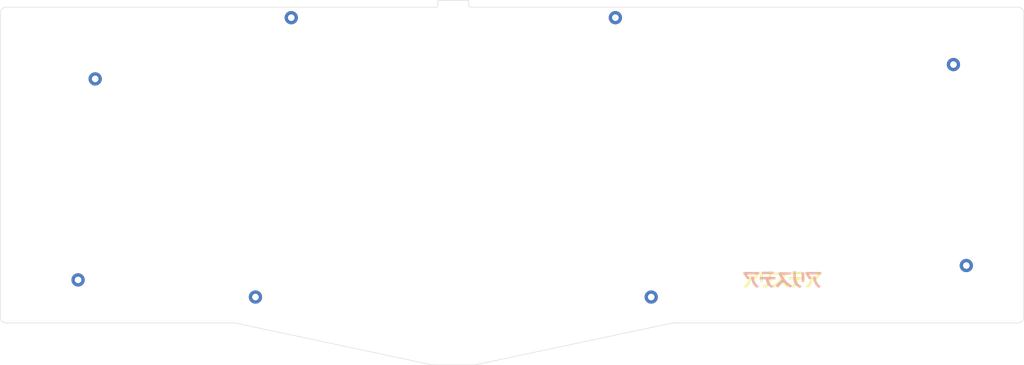
<source format=kicad_pcb>
(kicad_pcb (version 20171130) (host pcbnew "(5.1.4)-1")

  (general
    (thickness 1.6)
    (drawings 20)
    (tracks 0)
    (zones 0)
    (modules 10)
    (nets 1)
  )

  (page User 389.992 200)
  (title_block
    (title "Arisutea FR4 Back Plate")
    (company "3x6 Designs")
  )

  (layers
    (0 F.Cu signal)
    (31 B.Cu signal)
    (32 B.Adhes user)
    (33 F.Adhes user)
    (34 B.Paste user)
    (35 F.Paste user)
    (36 B.SilkS user)
    (37 F.SilkS user)
    (38 B.Mask user)
    (39 F.Mask user)
    (40 Dwgs.User user)
    (41 Cmts.User user)
    (42 Eco1.User user)
    (43 Eco2.User user)
    (44 Edge.Cuts user)
    (45 Margin user)
    (46 B.CrtYd user)
    (47 F.CrtYd user)
    (48 B.Fab user)
    (49 F.Fab user)
  )

  (setup
    (last_trace_width 0.25)
    (trace_clearance 0.2)
    (zone_clearance 0.508)
    (zone_45_only no)
    (trace_min 0.2)
    (via_size 0.8)
    (via_drill 0.4)
    (via_min_size 0.4)
    (via_min_drill 0.3)
    (uvia_size 0.3)
    (uvia_drill 0.1)
    (uvias_allowed no)
    (uvia_min_size 0.2)
    (uvia_min_drill 0.1)
    (edge_width 0.05)
    (segment_width 0.2)
    (pcb_text_width 0.3)
    (pcb_text_size 1.5 1.5)
    (mod_edge_width 0.12)
    (mod_text_size 1 1)
    (mod_text_width 0.15)
    (pad_size 1.524 1.524)
    (pad_drill 0.762)
    (pad_to_mask_clearance 0.051)
    (solder_mask_min_width 0.25)
    (aux_axis_origin 0 0)
    (visible_elements 7FFFFFFF)
    (pcbplotparams
      (layerselection 0x010f0_ffffffff)
      (usegerberextensions false)
      (usegerberattributes false)
      (usegerberadvancedattributes false)
      (creategerberjobfile false)
      (excludeedgelayer true)
      (linewidth 0.100000)
      (plotframeref false)
      (viasonmask false)
      (mode 1)
      (useauxorigin false)
      (hpglpennumber 1)
      (hpglpenspeed 20)
      (hpglpendiameter 15.000000)
      (psnegative false)
      (psa4output false)
      (plotreference false)
      (plotvalue false)
      (plotinvisibletext false)
      (padsonsilk false)
      (subtractmaskfromsilk false)
      (outputformat 1)
      (mirror false)
      (drillshape 0)
      (scaleselection 1)
      (outputdirectory "../../gerber/"))
  )

  (net 0 "")

  (net_class Default "This is the default net class."
    (clearance 0.2)
    (trace_width 0.25)
    (via_dia 0.8)
    (via_drill 0.4)
    (uvia_dia 0.3)
    (uvia_drill 0.1)
  )

  (module arisutea:arisutea_logo (layer B.Cu) (tedit 0) (tstamp 603FA271)
    (at 283.9212 125.8316 180)
    (fp_text reference G*** (at 0 0) (layer B.Mask) hide
      (effects (font (size 1.524 1.524) (thickness 0.3)) (justify mirror))
    )
    (fp_text value LOGO (at 0.75 0) (layer B.Mask) hide
      (effects (font (size 1.524 1.524) (thickness 0.3)) (justify mirror))
    )
    (fp_poly (pts (xy -11.008294 1.232654) (xy -10.903832 1.220814) (xy -10.768361 1.204221) (xy -10.614569 1.18456)
      (xy -10.455146 1.163516) (xy -10.302782 1.142775) (xy -10.170164 1.124022) (xy -10.069982 1.108942)
      (xy -10.014926 1.099222) (xy -10.00834 1.097174) (xy -10.022139 1.07318) (xy -10.076206 1.033929)
      (xy -10.091393 1.024929) (xy -10.158051 0.974705) (xy -10.193171 0.907043) (xy -10.208411 0.8255)
      (xy -10.305679 0.264276) (xy -10.449351 -0.269073) (xy -10.63729 -0.769625) (xy -10.867359 -1.232458)
      (xy -11.13742 -1.652652) (xy -11.445338 -2.025286) (xy -11.447257 -2.027327) (xy -11.54334 -2.124228)
      (xy -11.658219 -2.232114) (xy -11.781654 -2.342319) (xy -11.903407 -2.446175) (xy -12.01324 -2.535018)
      (xy -12.100915 -2.60018) (xy -12.156193 -2.632995) (xy -12.165459 -2.63525) (xy -12.196583 -2.614316)
      (xy -12.241812 -2.569334) (xy -12.292391 -2.522616) (xy -12.38016 -2.450317) (xy -12.490807 -2.363999)
      (xy -12.564232 -2.308801) (xy -12.67346 -2.226117) (xy -12.760487 -2.156841) (xy -12.814543 -2.109754)
      (xy -12.827 -2.094571) (xy -12.802596 -2.06892) (xy -12.737596 -2.01769) (xy -12.644322 -1.950407)
      (xy -12.608313 -1.925535) (xy -12.251299 -1.650125) (xy -11.948685 -1.347268) (xy -11.695023 -1.010739)
      (xy -11.492823 -0.650875) (xy -11.345251 -0.299221) (xy -11.231655 0.078781) (xy -11.149456 0.493592)
      (xy -11.096075 0.955676) (xy -11.095689 0.960438) (xy -11.085249 1.084163) (xy -11.076364 1.179484)
      (xy -11.070404 1.232109) (xy -11.069058 1.238055) (xy -11.008294 1.232654)) (layer B.SilkS) (width 0.01))
    (fp_poly (pts (xy -4.292161 2.877409) (xy -4.137949 2.866091) (xy -3.956508 2.85294) (xy -3.783955 2.840573)
      (xy -3.763748 2.839137) (xy -3.47937 2.818956) (xy -3.579194 2.735041) (xy -3.679018 2.651125)
      (xy -3.676027 1.61925) (xy -3.676335 1.248641) (xy -3.680044 0.932243) (xy -3.687844 0.660825)
      (xy -3.700427 0.425157) (xy -3.718484 0.216008) (xy -3.742706 0.024147) (xy -3.773784 -0.159656)
      (xy -3.81241 -0.344634) (xy -3.828168 -0.41275) (xy -3.919673 -0.719244) (xy -4.045851 -1.024806)
      (xy -4.197282 -1.309862) (xy -4.364548 -1.554836) (xy -4.396936 -1.594751) (xy -4.588682 -1.794513)
      (xy -4.82845 -1.997542) (xy -5.102123 -2.194018) (xy -5.395586 -2.374121) (xy -5.694722 -2.528033)
      (xy -5.814165 -2.580632) (xy -5.929204 -2.628647) (xy -6.225281 -2.331335) (xy -6.333554 -2.220656)
      (xy -6.421871 -2.12662) (xy -6.482382 -2.057875) (xy -6.507238 -2.02307) (xy -6.507116 -2.020802)
      (xy -6.474396 -2.00188) (xy -6.397566 -1.961432) (xy -6.289418 -1.906114) (xy -6.205627 -1.863956)
      (xy -5.819365 -1.649924) (xy -5.484619 -1.420568) (xy -5.204315 -1.178424) (xy -4.981379 -0.926028)
      (xy -4.818737 -0.665914) (xy -4.815445 -0.659286) (xy -4.736407 -0.480061) (xy -4.670573 -0.286279)
      (xy -4.61723 -0.071754) (xy -4.575662 0.169704) (xy -4.545154 0.444284) (xy -4.52499 0.758173)
      (xy -4.514455 1.11756) (xy -4.512835 1.528633) (xy -4.517795 1.916063) (xy -4.536197 2.895501)
      (xy -4.292161 2.877409)) (layer B.SilkS) (width 0.01))
    (fp_poly (pts (xy 7.4295 0.22225) (xy 5.468827 0.22225) (xy 5.397571 -0.087312) (xy 5.255107 -0.586741)
      (xy 5.067925 -1.042478) (xy 4.836537 -1.453791) (xy 4.561453 -1.819952) (xy 4.243186 -2.14023)
      (xy 3.882247 -2.413896) (xy 3.681316 -2.53561) (xy 3.505007 -2.634252) (xy 3.197128 -2.360398)
      (xy 3.058159 -2.234893) (xy 2.964082 -2.144596) (xy 2.910734 -2.084393) (xy 2.89395 -2.049174)
      (xy 2.909566 -2.033825) (xy 2.929601 -2.032) (xy 2.973608 -2.016758) (xy 3.057091 -1.975997)
      (xy 3.165253 -1.917164) (xy 3.21723 -1.887249) (xy 3.502909 -1.690468) (xy 3.769288 -1.450023)
      (xy 4.005073 -1.178729) (xy 4.198971 -0.889403) (xy 4.32685 -0.627903) (xy 4.375474 -0.489061)
      (xy 4.422661 -0.324568) (xy 4.463644 -0.154609) (xy 4.493659 0.000632) (xy 4.507941 0.120971)
      (xy 4.5085 0.141537) (xy 4.5085 0.22225) (xy 2.25425 0.22225) (xy 2.25425 1.016)
      (xy 7.4295 1.016) (xy 7.4295 0.22225)) (layer B.SilkS) (width 0.01))
    (fp_poly (pts (xy 9.476745 1.229382) (xy 9.558695 1.222025) (xy 9.678196 1.209184) (xy 9.822565 1.192433)
      (xy 9.979123 1.173348) (xy 10.135189 1.153504) (xy 10.278083 1.134476) (xy 10.395125 1.11784)
      (xy 10.473634 1.105171) (xy 10.50081 1.098523) (xy 10.485964 1.076274) (xy 10.430747 1.040659)
      (xy 10.420772 1.035378) (xy 10.373527 1.006327) (xy 10.342046 0.968298) (xy 10.319905 0.906132)
      (xy 10.300679 0.80467) (xy 10.288565 0.723474) (xy 10.183557 0.150937) (xy 10.039732 -0.379008)
      (xy 9.858045 -0.864247) (xy 9.639452 -1.302668) (xy 9.384907 -1.692158) (xy 9.095366 -2.030605)
      (xy 9.002774 -2.120979) (xy 8.887917 -2.222558) (xy 8.758038 -2.328205) (xy 8.626671 -2.427874)
      (xy 8.507352 -2.511518) (xy 8.413615 -2.569094) (xy 8.374694 -2.587151) (xy 8.329876 -2.575532)
      (xy 8.258802 -2.530682) (xy 8.209293 -2.490517) (xy 8.116868 -2.414795) (xy 7.997689 -2.325032)
      (xy 7.884861 -2.245681) (xy 7.789352 -2.178881) (xy 7.718511 -2.124664) (xy 7.685436 -2.093161)
      (xy 7.684505 -2.090698) (xy 7.708626 -2.063369) (xy 7.770357 -2.019456) (xy 7.799382 -2.001649)
      (xy 7.876085 -1.95046) (xy 7.982789 -1.871638) (xy 8.101257 -1.778848) (xy 8.152128 -1.737351)
      (xy 8.459827 -1.442221) (xy 8.729187 -1.099372) (xy 8.958049 -0.713267) (xy 9.144259 -0.28837)
      (xy 9.28566 0.170857) (xy 9.380095 0.65995) (xy 9.403146 0.851992) (xy 9.418084 0.997418)
      (xy 9.430991 1.117307) (xy 9.440458 1.198976) (xy 9.445024 1.229679) (xy 9.476745 1.229382)) (layer B.SilkS) (width 0.01))
    (fp_poly (pts (xy 1.055687 2.438309) (xy 1.205511 2.362018) (xy 1.302215 2.306068) (xy 1.351085 2.265893)
      (xy 1.357412 2.236923) (xy 1.326485 2.214591) (xy 1.318488 2.21135) (xy 1.289302 2.178139)
      (xy 1.238174 2.097594) (xy 1.170787 1.979559) (xy 1.092821 1.833878) (xy 1.032734 1.716216)
      (xy 0.833844 1.333454) (xy 0.624327 0.956416) (xy 0.414622 0.60329) (xy 0.217382 0.29556)
      (xy 0.06409 0.067244) (xy 0.374249 -0.21244) (xy 0.498327 -0.323945) (xy 0.656131 -0.46518)
      (xy 0.833828 -0.623799) (xy 1.017587 -0.787455) (xy 1.191516 -0.941974) (xy 1.362367 -1.095107)
      (xy 1.535254 -1.252855) (xy 1.697852 -1.403773) (xy 1.837836 -1.536415) (xy 1.942881 -1.639337)
      (xy 1.946908 -1.64341) (xy 2.195192 -1.894998) (xy 1.915158 -2.144628) (xy 1.795857 -2.251032)
      (xy 1.686136 -2.348988) (xy 1.599221 -2.426685) (xy 1.552776 -2.468313) (xy 1.470427 -2.542368)
      (xy 0.863431 -1.893271) (xy 0.681894 -1.702175) (xy 0.491984 -1.507619) (xy 0.304415 -1.320203)
      (xy 0.129903 -1.150529) (xy -0.020839 -1.009196) (xy -0.113262 -0.926961) (xy -0.482959 -0.609748)
      (xy -0.995542 -1.126637) (xy -1.279872 -1.406562) (xy -1.542268 -1.649041) (xy -1.798701 -1.867577)
      (xy -2.065143 -2.075668) (xy -2.357567 -2.286815) (xy -2.417168 -2.328243) (xy -2.72296 -2.539684)
      (xy -3.334594 -1.879186) (xy -3.11986 -1.759861) (xy -2.664817 -1.477707) (xy -2.211797 -1.140496)
      (xy -1.768972 -0.75637) (xy -1.344515 -0.333474) (xy -0.946599 0.12005) (xy -0.583396 0.596058)
      (xy -0.263079 1.086407) (xy -0.26271 1.087024) (xy -0.175546 1.236767) (xy -0.092249 1.38701)
      (xy -0.023349 1.518372) (xy 0.014702 1.59768) (xy 0.094449 1.778) (xy -2.76225 1.778)
      (xy -2.76225 2.580972) (xy -1.468438 2.56669) (xy -1.165628 2.563975) (xy -0.863821 2.562434)
      (xy -0.57323 2.562036) (xy -0.304069 2.562751) (xy -0.066552 2.564549) (xy 0.129108 2.567401)
      (xy 0.272696 2.571278) (xy 0.28575 2.571802) (xy 0.746125 2.591196) (xy 1.055687 2.438309)) (layer B.SilkS) (width 0.01))
    (fp_poly (pts (xy -7.210707 2.568913) (xy -7.10354 2.561301) (xy -6.966193 2.550266) (xy -6.813881 2.53716)
      (xy -6.661818 2.523335) (xy -6.525218 2.510141) (xy -6.419296 2.498931) (xy -6.359266 2.491056)
      (xy -6.355275 2.490271) (xy -6.281174 2.473954) (xy -6.44525 2.344892) (xy -6.44525 -0.60325)
      (xy -7.3025 -0.60325) (xy -7.3025 0.98425) (xy -7.301911 1.350066) (xy -7.300184 1.674612)
      (xy -7.297384 1.95452) (xy -7.293574 2.186424) (xy -7.288818 2.366955) (xy -7.28318 2.492747)
      (xy -7.276723 2.560432) (xy -7.27248 2.57175) (xy -7.210707 2.568913)) (layer B.SilkS) (width 0.01))
    (fp_poly (pts (xy -8.289207 2.706694) (xy -8.2264 2.690811) (xy -8.141067 2.655415) (xy -8.020145 2.596465)
      (xy -7.931194 2.551238) (xy -7.760993 2.460581) (xy -7.647031 2.391611) (xy -7.590071 2.344891)
      (xy -7.590874 2.320982) (xy -7.614592 2.31775) (xy -7.638992 2.291451) (xy -7.686259 2.219747)
      (xy -7.749699 2.113433) (xy -7.822613 1.983303) (xy -7.826348 1.976438) (xy -7.965935 1.728628)
      (xy -8.11887 1.473042) (xy -8.279086 1.21861) (xy -8.440516 0.97426) (xy -8.597094 0.74892)
      (xy -8.742753 0.55152) (xy -8.871426 0.390986) (xy -8.977046 0.276249) (xy -8.989711 0.26429)
      (xy -9.064625 0.195205) (xy -9.154301 0.272737) (xy -9.22304 0.324152) (xy -9.328385 0.39387)
      (xy -9.45135 0.469504) (xy -9.495614 0.495414) (xy -9.605947 0.560853) (xy -9.691679 0.615124)
      (xy -9.740512 0.650272) (xy -9.74725 0.658212) (xy -9.726558 0.686759) (xy -9.67035 0.750989)
      (xy -9.587432 0.841114) (xy -9.495685 0.937903) (xy -9.322206 1.131148) (xy -9.163751 1.331514)
      (xy -9.03043 1.524989) (xy -8.932358 1.697558) (xy -8.906663 1.754188) (xy -8.857398 1.873251)
      (xy -10.905699 1.87325) (xy -12.954 1.87325) (xy -12.954 2.270206) (xy -12.954001 2.667161)
      (xy -10.739438 2.666332) (xy -10.319758 2.666616) (xy -9.930564 2.667761) (xy -9.575933 2.669713)
      (xy -9.259941 2.672421) (xy -8.986664 2.675834) (xy -8.760178 2.679899) (xy -8.584561 2.684565)
      (xy -8.463887 2.68978) (xy -8.402234 2.695492) (xy -8.399506 2.69608) (xy -8.342555 2.707103)
      (xy -8.289207 2.706694)) (layer B.SilkS) (width 0.01))
    (fp_poly (pts (xy 12.275971 2.713207) (xy 12.359183 2.67152) (xy 12.481149 2.602575) (xy 12.566983 2.55241)
      (xy 12.699669 2.472581) (xy 12.809827 2.402783) (xy 12.88718 2.349793) (xy 12.921448 2.320387)
      (xy 12.92225 2.318206) (xy 12.897107 2.286006) (xy 12.875729 2.274943) (xy 12.844044 2.240513)
      (xy 12.793386 2.160634) (xy 12.731057 2.047667) (xy 12.672126 1.930233) (xy 12.498058 1.604761)
      (xy 12.275377 1.249929) (xy 12.008181 0.871784) (xy 11.700571 0.476373) (xy 11.619446 0.377477)
      (xy 11.47184 0.199329) (xy 11.347732 0.292865) (xy 11.258059 0.354557) (xy 11.136678 0.430498)
      (xy 11.008103 0.505419) (xy 10.993437 0.51357) (xy 10.88776 0.574442) (xy 10.807649 0.625326)
      (xy 10.766207 0.657723) (xy 10.76325 0.662897) (xy 10.785689 0.693771) (xy 10.843588 0.750217)
      (xy 10.900141 0.799481) (xy 11.025009 0.920881) (xy 11.164136 1.084375) (xy 11.305611 1.274203)
      (xy 11.437523 1.474601) (xy 11.525619 1.627188) (xy 11.657765 1.87325) (xy 7.5565 1.87325)
      (xy 7.5565 2.667) (xy 9.832062 2.667001) (xy 10.273427 2.667138) (xy 10.655542 2.667607)
      (xy 10.982659 2.668493) (xy 11.259026 2.669883) (xy 11.488895 2.671863) (xy 11.676515 2.674519)
      (xy 11.826137 2.677936) (xy 11.942011 2.682202) (xy 12.028387 2.6874) (xy 12.089515 2.693619)
      (xy 12.129646 2.700943) (xy 12.153029 2.709459) (xy 12.15967 2.714101) (xy 12.186133 2.730561)
      (xy 12.221594 2.731575) (xy 12.275971 2.713207)) (layer B.SilkS) (width 0.01))
    (fp_poly (pts (xy 6.76275 2.00025) (xy 2.8575 2.00025) (xy 2.8575 2.76225) (xy 6.76275 2.76225)
      (xy 6.76275 2.00025)) (layer B.SilkS) (width 0.01))
  )

  (module arisutea:arisutea_logo (layer F.Cu) (tedit 0) (tstamp 603B18FE)
    (at 283.96 125.86)
    (fp_text reference G*** (at 0 0) (layer F.Mask) hide
      (effects (font (size 1.524 1.524) (thickness 0.3)))
    )
    (fp_text value LOGO (at 0.75 0) (layer F.Mask) hide
      (effects (font (size 1.524 1.524) (thickness 0.3)))
    )
    (fp_poly (pts (xy 6.76275 -2.00025) (xy 2.8575 -2.00025) (xy 2.8575 -2.76225) (xy 6.76275 -2.76225)
      (xy 6.76275 -2.00025)) (layer F.SilkS) (width 0.01))
    (fp_poly (pts (xy 12.275971 -2.713207) (xy 12.359183 -2.67152) (xy 12.481149 -2.602575) (xy 12.566983 -2.55241)
      (xy 12.699669 -2.472581) (xy 12.809827 -2.402783) (xy 12.88718 -2.349793) (xy 12.921448 -2.320387)
      (xy 12.92225 -2.318206) (xy 12.897107 -2.286006) (xy 12.875729 -2.274943) (xy 12.844044 -2.240513)
      (xy 12.793386 -2.160634) (xy 12.731057 -2.047667) (xy 12.672126 -1.930233) (xy 12.498058 -1.604761)
      (xy 12.275377 -1.249929) (xy 12.008181 -0.871784) (xy 11.700571 -0.476373) (xy 11.619446 -0.377477)
      (xy 11.47184 -0.199329) (xy 11.347732 -0.292865) (xy 11.258059 -0.354557) (xy 11.136678 -0.430498)
      (xy 11.008103 -0.505419) (xy 10.993437 -0.51357) (xy 10.88776 -0.574442) (xy 10.807649 -0.625326)
      (xy 10.766207 -0.657723) (xy 10.76325 -0.662897) (xy 10.785689 -0.693771) (xy 10.843588 -0.750217)
      (xy 10.900141 -0.799481) (xy 11.025009 -0.920881) (xy 11.164136 -1.084375) (xy 11.305611 -1.274203)
      (xy 11.437523 -1.474601) (xy 11.525619 -1.627188) (xy 11.657765 -1.87325) (xy 7.5565 -1.87325)
      (xy 7.5565 -2.667) (xy 9.832062 -2.667001) (xy 10.273427 -2.667138) (xy 10.655542 -2.667607)
      (xy 10.982659 -2.668493) (xy 11.259026 -2.669883) (xy 11.488895 -2.671863) (xy 11.676515 -2.674519)
      (xy 11.826137 -2.677936) (xy 11.942011 -2.682202) (xy 12.028387 -2.6874) (xy 12.089515 -2.693619)
      (xy 12.129646 -2.700943) (xy 12.153029 -2.709459) (xy 12.15967 -2.714101) (xy 12.186133 -2.730561)
      (xy 12.221594 -2.731575) (xy 12.275971 -2.713207)) (layer F.SilkS) (width 0.01))
    (fp_poly (pts (xy -8.289207 -2.706694) (xy -8.2264 -2.690811) (xy -8.141067 -2.655415) (xy -8.020145 -2.596465)
      (xy -7.931194 -2.551238) (xy -7.760993 -2.460581) (xy -7.647031 -2.391611) (xy -7.590071 -2.344891)
      (xy -7.590874 -2.320982) (xy -7.614592 -2.31775) (xy -7.638992 -2.291451) (xy -7.686259 -2.219747)
      (xy -7.749699 -2.113433) (xy -7.822613 -1.983303) (xy -7.826348 -1.976438) (xy -7.965935 -1.728628)
      (xy -8.11887 -1.473042) (xy -8.279086 -1.21861) (xy -8.440516 -0.97426) (xy -8.597094 -0.74892)
      (xy -8.742753 -0.55152) (xy -8.871426 -0.390986) (xy -8.977046 -0.276249) (xy -8.989711 -0.26429)
      (xy -9.064625 -0.195205) (xy -9.154301 -0.272737) (xy -9.22304 -0.324152) (xy -9.328385 -0.39387)
      (xy -9.45135 -0.469504) (xy -9.495614 -0.495414) (xy -9.605947 -0.560853) (xy -9.691679 -0.615124)
      (xy -9.740512 -0.650272) (xy -9.74725 -0.658212) (xy -9.726558 -0.686759) (xy -9.67035 -0.750989)
      (xy -9.587432 -0.841114) (xy -9.495685 -0.937903) (xy -9.322206 -1.131148) (xy -9.163751 -1.331514)
      (xy -9.03043 -1.524989) (xy -8.932358 -1.697558) (xy -8.906663 -1.754188) (xy -8.857398 -1.873251)
      (xy -10.905699 -1.87325) (xy -12.954 -1.87325) (xy -12.954 -2.270206) (xy -12.954001 -2.667161)
      (xy -10.739438 -2.666332) (xy -10.319758 -2.666616) (xy -9.930564 -2.667761) (xy -9.575933 -2.669713)
      (xy -9.259941 -2.672421) (xy -8.986664 -2.675834) (xy -8.760178 -2.679899) (xy -8.584561 -2.684565)
      (xy -8.463887 -2.68978) (xy -8.402234 -2.695492) (xy -8.399506 -2.69608) (xy -8.342555 -2.707103)
      (xy -8.289207 -2.706694)) (layer F.SilkS) (width 0.01))
    (fp_poly (pts (xy -7.210707 -2.568913) (xy -7.10354 -2.561301) (xy -6.966193 -2.550266) (xy -6.813881 -2.53716)
      (xy -6.661818 -2.523335) (xy -6.525218 -2.510141) (xy -6.419296 -2.498931) (xy -6.359266 -2.491056)
      (xy -6.355275 -2.490271) (xy -6.281174 -2.473954) (xy -6.44525 -2.344892) (xy -6.44525 0.60325)
      (xy -7.3025 0.60325) (xy -7.3025 -0.98425) (xy -7.301911 -1.350066) (xy -7.300184 -1.674612)
      (xy -7.297384 -1.95452) (xy -7.293574 -2.186424) (xy -7.288818 -2.366955) (xy -7.28318 -2.492747)
      (xy -7.276723 -2.560432) (xy -7.27248 -2.57175) (xy -7.210707 -2.568913)) (layer F.SilkS) (width 0.01))
    (fp_poly (pts (xy 1.055687 -2.438309) (xy 1.205511 -2.362018) (xy 1.302215 -2.306068) (xy 1.351085 -2.265893)
      (xy 1.357412 -2.236923) (xy 1.326485 -2.214591) (xy 1.318488 -2.21135) (xy 1.289302 -2.178139)
      (xy 1.238174 -2.097594) (xy 1.170787 -1.979559) (xy 1.092821 -1.833878) (xy 1.032734 -1.716216)
      (xy 0.833844 -1.333454) (xy 0.624327 -0.956416) (xy 0.414622 -0.60329) (xy 0.217382 -0.29556)
      (xy 0.06409 -0.067244) (xy 0.374249 0.21244) (xy 0.498327 0.323945) (xy 0.656131 0.46518)
      (xy 0.833828 0.623799) (xy 1.017587 0.787455) (xy 1.191516 0.941974) (xy 1.362367 1.095107)
      (xy 1.535254 1.252855) (xy 1.697852 1.403773) (xy 1.837836 1.536415) (xy 1.942881 1.639337)
      (xy 1.946908 1.64341) (xy 2.195192 1.894998) (xy 1.915158 2.144628) (xy 1.795857 2.251032)
      (xy 1.686136 2.348988) (xy 1.599221 2.426685) (xy 1.552776 2.468313) (xy 1.470427 2.542368)
      (xy 0.863431 1.893271) (xy 0.681894 1.702175) (xy 0.491984 1.507619) (xy 0.304415 1.320203)
      (xy 0.129903 1.150529) (xy -0.020839 1.009196) (xy -0.113262 0.926961) (xy -0.482959 0.609748)
      (xy -0.995542 1.126637) (xy -1.279872 1.406562) (xy -1.542268 1.649041) (xy -1.798701 1.867577)
      (xy -2.065143 2.075668) (xy -2.357567 2.286815) (xy -2.417168 2.328243) (xy -2.72296 2.539684)
      (xy -3.334594 1.879186) (xy -3.11986 1.759861) (xy -2.664817 1.477707) (xy -2.211797 1.140496)
      (xy -1.768972 0.75637) (xy -1.344515 0.333474) (xy -0.946599 -0.12005) (xy -0.583396 -0.596058)
      (xy -0.263079 -1.086407) (xy -0.26271 -1.087024) (xy -0.175546 -1.236767) (xy -0.092249 -1.38701)
      (xy -0.023349 -1.518372) (xy 0.014702 -1.59768) (xy 0.094449 -1.778) (xy -2.76225 -1.778)
      (xy -2.76225 -2.580972) (xy -1.468438 -2.56669) (xy -1.165628 -2.563975) (xy -0.863821 -2.562434)
      (xy -0.57323 -2.562036) (xy -0.304069 -2.562751) (xy -0.066552 -2.564549) (xy 0.129108 -2.567401)
      (xy 0.272696 -2.571278) (xy 0.28575 -2.571802) (xy 0.746125 -2.591196) (xy 1.055687 -2.438309)) (layer F.SilkS) (width 0.01))
    (fp_poly (pts (xy 9.476745 -1.229382) (xy 9.558695 -1.222025) (xy 9.678196 -1.209184) (xy 9.822565 -1.192433)
      (xy 9.979123 -1.173348) (xy 10.135189 -1.153504) (xy 10.278083 -1.134476) (xy 10.395125 -1.11784)
      (xy 10.473634 -1.105171) (xy 10.50081 -1.098523) (xy 10.485964 -1.076274) (xy 10.430747 -1.040659)
      (xy 10.420772 -1.035378) (xy 10.373527 -1.006327) (xy 10.342046 -0.968298) (xy 10.319905 -0.906132)
      (xy 10.300679 -0.80467) (xy 10.288565 -0.723474) (xy 10.183557 -0.150937) (xy 10.039732 0.379008)
      (xy 9.858045 0.864247) (xy 9.639452 1.302668) (xy 9.384907 1.692158) (xy 9.095366 2.030605)
      (xy 9.002774 2.120979) (xy 8.887917 2.222558) (xy 8.758038 2.328205) (xy 8.626671 2.427874)
      (xy 8.507352 2.511518) (xy 8.413615 2.569094) (xy 8.374694 2.587151) (xy 8.329876 2.575532)
      (xy 8.258802 2.530682) (xy 8.209293 2.490517) (xy 8.116868 2.414795) (xy 7.997689 2.325032)
      (xy 7.884861 2.245681) (xy 7.789352 2.178881) (xy 7.718511 2.124664) (xy 7.685436 2.093161)
      (xy 7.684505 2.090698) (xy 7.708626 2.063369) (xy 7.770357 2.019456) (xy 7.799382 2.001649)
      (xy 7.876085 1.95046) (xy 7.982789 1.871638) (xy 8.101257 1.778848) (xy 8.152128 1.737351)
      (xy 8.459827 1.442221) (xy 8.729187 1.099372) (xy 8.958049 0.713267) (xy 9.144259 0.28837)
      (xy 9.28566 -0.170857) (xy 9.380095 -0.65995) (xy 9.403146 -0.851992) (xy 9.418084 -0.997418)
      (xy 9.430991 -1.117307) (xy 9.440458 -1.198976) (xy 9.445024 -1.229679) (xy 9.476745 -1.229382)) (layer F.SilkS) (width 0.01))
    (fp_poly (pts (xy 7.4295 -0.22225) (xy 5.468827 -0.22225) (xy 5.397571 0.087312) (xy 5.255107 0.586741)
      (xy 5.067925 1.042478) (xy 4.836537 1.453791) (xy 4.561453 1.819952) (xy 4.243186 2.14023)
      (xy 3.882247 2.413896) (xy 3.681316 2.53561) (xy 3.505007 2.634252) (xy 3.197128 2.360398)
      (xy 3.058159 2.234893) (xy 2.964082 2.144596) (xy 2.910734 2.084393) (xy 2.89395 2.049174)
      (xy 2.909566 2.033825) (xy 2.929601 2.032) (xy 2.973608 2.016758) (xy 3.057091 1.975997)
      (xy 3.165253 1.917164) (xy 3.21723 1.887249) (xy 3.502909 1.690468) (xy 3.769288 1.450023)
      (xy 4.005073 1.178729) (xy 4.198971 0.889403) (xy 4.32685 0.627903) (xy 4.375474 0.489061)
      (xy 4.422661 0.324568) (xy 4.463644 0.154609) (xy 4.493659 -0.000632) (xy 4.507941 -0.120971)
      (xy 4.5085 -0.141537) (xy 4.5085 -0.22225) (xy 2.25425 -0.22225) (xy 2.25425 -1.016)
      (xy 7.4295 -1.016) (xy 7.4295 -0.22225)) (layer F.SilkS) (width 0.01))
    (fp_poly (pts (xy -4.292161 -2.877409) (xy -4.137949 -2.866091) (xy -3.956508 -2.85294) (xy -3.783955 -2.840573)
      (xy -3.763748 -2.839137) (xy -3.47937 -2.818956) (xy -3.579194 -2.735041) (xy -3.679018 -2.651125)
      (xy -3.676027 -1.61925) (xy -3.676335 -1.248641) (xy -3.680044 -0.932243) (xy -3.687844 -0.660825)
      (xy -3.700427 -0.425157) (xy -3.718484 -0.216008) (xy -3.742706 -0.024147) (xy -3.773784 0.159656)
      (xy -3.81241 0.344634) (xy -3.828168 0.41275) (xy -3.919673 0.719244) (xy -4.045851 1.024806)
      (xy -4.197282 1.309862) (xy -4.364548 1.554836) (xy -4.396936 1.594751) (xy -4.588682 1.794513)
      (xy -4.82845 1.997542) (xy -5.102123 2.194018) (xy -5.395586 2.374121) (xy -5.694722 2.528033)
      (xy -5.814165 2.580632) (xy -5.929204 2.628647) (xy -6.225281 2.331335) (xy -6.333554 2.220656)
      (xy -6.421871 2.12662) (xy -6.482382 2.057875) (xy -6.507238 2.02307) (xy -6.507116 2.020802)
      (xy -6.474396 2.00188) (xy -6.397566 1.961432) (xy -6.289418 1.906114) (xy -6.205627 1.863956)
      (xy -5.819365 1.649924) (xy -5.484619 1.420568) (xy -5.204315 1.178424) (xy -4.981379 0.926028)
      (xy -4.818737 0.665914) (xy -4.815445 0.659286) (xy -4.736407 0.480061) (xy -4.670573 0.286279)
      (xy -4.61723 0.071754) (xy -4.575662 -0.169704) (xy -4.545154 -0.444284) (xy -4.52499 -0.758173)
      (xy -4.514455 -1.11756) (xy -4.512835 -1.528633) (xy -4.517795 -1.916063) (xy -4.536197 -2.895501)
      (xy -4.292161 -2.877409)) (layer F.SilkS) (width 0.01))
    (fp_poly (pts (xy -11.008294 -1.232654) (xy -10.903832 -1.220814) (xy -10.768361 -1.204221) (xy -10.614569 -1.18456)
      (xy -10.455146 -1.163516) (xy -10.302782 -1.142775) (xy -10.170164 -1.124022) (xy -10.069982 -1.108942)
      (xy -10.014926 -1.099222) (xy -10.00834 -1.097174) (xy -10.022139 -1.07318) (xy -10.076206 -1.033929)
      (xy -10.091393 -1.024929) (xy -10.158051 -0.974705) (xy -10.193171 -0.907043) (xy -10.208411 -0.8255)
      (xy -10.305679 -0.264276) (xy -10.449351 0.269073) (xy -10.63729 0.769625) (xy -10.867359 1.232458)
      (xy -11.13742 1.652652) (xy -11.445338 2.025286) (xy -11.447257 2.027327) (xy -11.54334 2.124228)
      (xy -11.658219 2.232114) (xy -11.781654 2.342319) (xy -11.903407 2.446175) (xy -12.01324 2.535018)
      (xy -12.100915 2.60018) (xy -12.156193 2.632995) (xy -12.165459 2.63525) (xy -12.196583 2.614316)
      (xy -12.241812 2.569334) (xy -12.292391 2.522616) (xy -12.38016 2.450317) (xy -12.490807 2.363999)
      (xy -12.564232 2.308801) (xy -12.67346 2.226117) (xy -12.760487 2.156841) (xy -12.814543 2.109754)
      (xy -12.827 2.094571) (xy -12.802596 2.06892) (xy -12.737596 2.01769) (xy -12.644322 1.950407)
      (xy -12.608313 1.925535) (xy -12.251299 1.650125) (xy -11.948685 1.347268) (xy -11.695023 1.010739)
      (xy -11.492823 0.650875) (xy -11.345251 0.299221) (xy -11.231655 -0.078781) (xy -11.149456 -0.493592)
      (xy -11.096075 -0.955676) (xy -11.095689 -0.960438) (xy -11.085249 -1.084163) (xy -11.076364 -1.179484)
      (xy -11.070404 -1.232109) (xy -11.069058 -1.238055) (xy -11.008294 -1.232654)) (layer F.SilkS) (width 0.01))
  )

  (module Mounting_Holes:MountingHole_2.2mm_M2_Pad (layer F.Cu) (tedit 56D1B4CB) (tstamp 603B190D)
    (at 56.335 59.105)
    (descr "Mounting Hole 2.2mm, M2")
    (tags "mounting hole 2.2mm m2")
    (path /5C583EFC)
    (attr virtual)
    (fp_text reference H1 (at 0 -3.2) (layer F.SilkS) hide
      (effects (font (size 1 1) (thickness 0.15)))
    )
    (fp_text value MountingHole (at 0 3.2) (layer F.Fab)
      (effects (font (size 1 1) (thickness 0.15)))
    )
    (fp_circle (center 0 0) (end 2.2 0) (layer Cmts.User) (width 0.15))
    (fp_circle (center 0 0) (end 2.45 0) (layer F.CrtYd) (width 0.05))
    (fp_text user %R (at 0.3 0) (layer F.Fab)
      (effects (font (size 1 1) (thickness 0.15)))
    )
    (pad 1 thru_hole circle (at 0 0) (size 4.4 4.4) (drill 2.2) (layers *.Cu *.Mask))
  )

  (module Mounting_Holes:MountingHole_2.2mm_M2_Pad (layer F.Cu) (tedit 5C57F3A7) (tstamp 603B1906)
    (at 50.6675 125.78)
    (descr "Mounting Hole 2.2mm, M2")
    (tags "mounting hole 2.2mm m2")
    (path /5C584371)
    (attr virtual)
    (fp_text reference H2 (at 0 -3.2) (layer F.Fab)
      (effects (font (size 1 1) (thickness 0.15)))
    )
    (fp_text value MountingHole (at 0 3.2) (layer F.Fab)
      (effects (font (size 1 1) (thickness 0.15)))
    )
    (fp_circle (center 0 0) (end 2.45 0) (layer F.CrtYd) (width 0.05))
    (fp_circle (center 0 0) (end 2.2 0) (layer Cmts.User) (width 0.15))
    (fp_text user %R (at 0.3 0) (layer F.Fab)
      (effects (font (size 1 1) (thickness 0.15)))
    )
    (pad 1 thru_hole circle (at 0 0) (size 4.4 4.4) (drill 2.2) (layers *.Cu *.Mask))
  )

  (module Mounting_Holes:MountingHole_2.2mm_M2_Pad (layer F.Cu) (tedit 5C57F3BF) (tstamp 603B18F7)
    (at 344.919949 121.017503)
    (descr "Mounting Hole 2.2mm, M2")
    (tags "mounting hole 2.2mm m2")
    (path /5C59C367)
    (attr virtual)
    (fp_text reference H8 (at 0 -3.2) (layer F.Fab)
      (effects (font (size 1 1) (thickness 0.15)))
    )
    (fp_text value MountingHole (at 0 3.2) (layer F.Fab)
      (effects (font (size 1 1) (thickness 0.15)))
    )
    (fp_circle (center 0 0) (end 2.45 0) (layer F.CrtYd) (width 0.05))
    (fp_circle (center 0 0) (end 2.2 0) (layer Cmts.User) (width 0.15))
    (fp_text user %R (at 0.3 0) (layer F.Fab)
      (effects (font (size 1 1) (thickness 0.15)))
    )
    (pad 1 thru_hole circle (at 0 0) (size 4.4 4.4) (drill 2.2) (layers *.Cu *.Mask))
  )

  (module Mounting_Holes:MountingHole_2.2mm_M2_Pad (layer F.Cu) (tedit 5C57F39A) (tstamp 603B18F0)
    (at 121.29722 38.792509)
    (descr "Mounting Hole 2.2mm, M2")
    (tags "mounting hole 2.2mm m2")
    (path /5C59C18D)
    (attr virtual)
    (fp_text reference H3 (at 0 -3.2) (layer F.Fab)
      (effects (font (size 1 1) (thickness 0.15)))
    )
    (fp_text value MountingHole (at 0 3.2) (layer F.Fab)
      (effects (font (size 1 1) (thickness 0.15)))
    )
    (fp_circle (center 0 0) (end 2.2 0) (layer Cmts.User) (width 0.15))
    (fp_circle (center 0 0) (end 2.45 0) (layer F.CrtYd) (width 0.05))
    (fp_text user %R (at 0.3 0) (layer F.Fab)
      (effects (font (size 1 1) (thickness 0.15)))
    )
    (pad 1 thru_hole circle (at 0 0) (size 4.4 4.4) (drill 2.2) (layers *.Cu *.Mask))
  )

  (module Mounting_Holes:MountingHole_2.2mm_M2_Pad (layer F.Cu) (tedit 5C57F3AC) (tstamp 603B18E9)
    (at 109.429436 131.469368)
    (descr "Mounting Hole 2.2mm, M2")
    (tags "mounting hole 2.2mm m2")
    (path /5C59C1E9)
    (attr virtual)
    (fp_text reference H4 (at 0 -3.2) (layer F.Fab)
      (effects (font (size 1 1) (thickness 0.15)))
    )
    (fp_text value MountingHole (at 0 3.2) (layer F.Fab)
      (effects (font (size 1 1) (thickness 0.15)))
    )
    (fp_circle (center 0 0) (end 2.45 0) (layer F.CrtYd) (width 0.05))
    (fp_circle (center 0 0) (end 2.2 0) (layer Cmts.User) (width 0.15))
    (fp_text user %R (at 0.3 0) (layer F.Fab)
      (effects (font (size 1 1) (thickness 0.15)))
    )
    (pad 1 thru_hole circle (at 0 0) (size 4.4 4.4) (drill 2.2) (layers *.Cu *.Mask))
  )

  (module Mounting_Holes:MountingHole_2.2mm_M2_Pad (layer F.Cu) (tedit 5C57F3B9) (tstamp 603B18E2)
    (at 340.65 54.342516)
    (descr "Mounting Hole 2.2mm, M2")
    (tags "mounting hole 2.2mm m2")
    (path /5C59C305)
    (attr virtual)
    (fp_text reference H7 (at 0 -3.2) (layer F.Fab)
      (effects (font (size 1 1) (thickness 0.15)))
    )
    (fp_text value MountingHole (at 0 3.2) (layer F.Fab)
      (effects (font (size 1 1) (thickness 0.15)))
    )
    (fp_circle (center 0 0) (end 2.2 0) (layer Cmts.User) (width 0.15))
    (fp_circle (center 0 0) (end 2.45 0) (layer F.CrtYd) (width 0.05))
    (fp_text user %R (at 0.3 0) (layer F.Fab)
      (effects (font (size 1 1) (thickness 0.15)))
    )
    (pad 1 thru_hole circle (at 0 0) (size 4.4 4.4) (drill 2.2) (layers *.Cu *.Mask))
  )

  (module Mounting_Holes:MountingHole_2.2mm_M2_Pad (layer F.Cu) (tedit 5C57F3A2) (tstamp 603B18DB)
    (at 228.662785 38.792509)
    (descr "Mounting Hole 2.2mm, M2")
    (tags "mounting hole 2.2mm m2")
    (path /5C59C249)
    (attr virtual)
    (fp_text reference H5 (at 0 -3.2) (layer F.Fab)
      (effects (font (size 1 1) (thickness 0.15)))
    )
    (fp_text value MountingHole (at 0 3.2) (layer F.Fab)
      (effects (font (size 1 1) (thickness 0.15)))
    )
    (fp_circle (center 0 0) (end 2.2 0) (layer Cmts.User) (width 0.15))
    (fp_circle (center 0 0) (end 2.45 0) (layer F.CrtYd) (width 0.05))
    (fp_text user %R (at 0.3 0) (layer F.Fab)
      (effects (font (size 1 1) (thickness 0.15)))
    )
    (pad 1 thru_hole circle (at 0 0) (size 4.4 4.4) (drill 2.2) (layers *.Cu *.Mask))
  )

  (module Mounting_Holes:MountingHole_2.2mm_M2_Pad (layer F.Cu) (tedit 5C57F3B1) (tstamp 603B18D4)
    (at 240.530266 131.46872)
    (descr "Mounting Hole 2.2mm, M2")
    (tags "mounting hole 2.2mm m2")
    (path /5C59C2A7)
    (attr virtual)
    (fp_text reference H6 (at 0 -3.2) (layer F.Fab)
      (effects (font (size 1 1) (thickness 0.15)))
    )
    (fp_text value MountingHole (at 0 3.2) (layer F.Fab)
      (effects (font (size 1 1) (thickness 0.15)))
    )
    (fp_circle (center 0 0) (end 2.45 0) (layer F.CrtYd) (width 0.05))
    (fp_circle (center 0 0) (end 2.2 0) (layer Cmts.User) (width 0.15))
    (fp_text user %R (at 0.3 0) (layer F.Fab)
      (effects (font (size 1 1) (thickness 0.15)))
    )
    (pad 1 thru_hole circle (at 0 0) (size 4.4 4.4) (drill 2.2) (layers *.Cu *.Mask))
  )

  (gr_arc (start 169.335686 34.7853) (end 169.335686 35.2933) (angle -84.80559151) (layer Edge.Cuts) (width 0.15) (tstamp 603B18D3))
  (gr_arc (start 361.966549 37.291009) (end 363.966549 37.291009) (angle -90) (layer Edge.Cuts) (width 0.15) (tstamp 603B18D2))
  (gr_line (start 169.8416 34.831292) (end 169.8416 33.469308) (layer Edge.Cuts) (width 0.15) (tstamp 603B18D1))
  (gr_arc (start 179.6086 33.514414) (end 180.1166 33.514414) (angle -84.80559151) (layer Edge.Cuts) (width 0.15) (tstamp 603B18D0))
  (gr_line (start 24.8791 37.291009) (end 24.8791 138.066003) (layer Edge.Cuts) (width 0.15) (tstamp 603B18CF))
  (gr_line (start 363.966549 37.291009) (end 363.966549 138.066003) (layer Edge.Cuts) (width 0.15) (tstamp 603B18CE))
  (gr_line (start 168.0666 153.983732) (end 182.0966 153.983732) (layer Edge.Cuts) (width 0.15) (tstamp 603B18CD))
  (gr_arc (start 170.347514 33.5153) (end 170.347514 33.0073) (angle -84.80557109) (layer Edge.Cuts) (width 0.15) (tstamp 603B18CC))
  (gr_arc (start 180.6246 34.7835) (end 180.1166 34.7835) (angle -91.58693431) (layer Edge.Cuts) (width 0.15) (tstamp 603B18CB))
  (gr_arc (start 26.8791 138.066003) (end 24.8791 138.066003) (angle -90) (layer Edge.Cuts) (width 0.15) (tstamp 603B18CA))
  (gr_line (start 169.335686 35.2933) (end 26.8791 35.291009) (layer Edge.Cuts) (width 0.15) (tstamp 603B18C9))
  (gr_line (start 180.1166 34.7835) (end 180.1166 33.514414) (layer Edge.Cuts) (width 0.15) (tstamp 603B18C8))
  (gr_arc (start 26.8791 37.291009) (end 24.8791 37.291009) (angle 90) (layer Edge.Cuts) (width 0.15) (tstamp 603B18C7))
  (gr_line (start 247.5766 140.066003) (end 361.966549 140.066003) (layer Edge.Cuts) (width 0.15) (tstamp 603B18C6))
  (gr_arc (start 361.966549 138.066003) (end 363.966549 138.066003) (angle 90) (layer Edge.Cuts) (width 0.15) (tstamp 603B18B4))
  (gr_line (start 182.0966 153.983732) (end 247.5766 140.066003) (layer Edge.Cuts) (width 0.15) (tstamp 603B18B3))
  (gr_line (start 26.8791 140.066003) (end 102.5933 140.066003) (layer Edge.Cuts) (width 0.15) (tstamp 603B1653))
  (gr_line (start 179.654592 33.0085) (end 170.347514 33.0073) (layer Edge.Cuts) (width 0.15) (tstamp 603B1652))
  (gr_line (start 180.638668 35.291305) (end 361.966549 35.291009) (layer Edge.Cuts) (width 0.15) (tstamp 603B1651))
  (gr_line (start 102.5967 140.067503) (end 168.07 153.985232) (layer Edge.Cuts) (width 0.15) (tstamp 603B1650))

)

</source>
